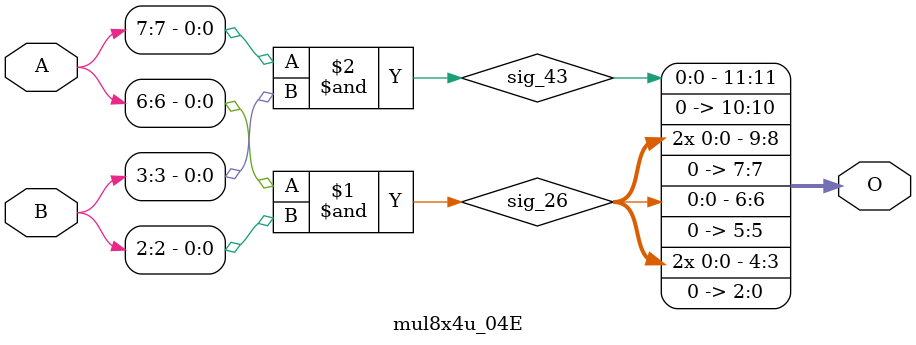
<source format=v>
/***
* This code is a part of EvoApproxLib library (ehw.fit.vutbr.cz/approxlib) distributed under The MIT License.
* When used, please cite the following article(s): V. Mrazek, L. Sekanina, Z. Vasicek "Libraries of Approximate Circuits: Automated Design and Application in CNN Accelerators" IEEE Journal on Emerging and Selected Topics in Circuits and Systems, Vol 10, No 4, 2020 
* This file contains a circuit from a sub-set of pareto optimal circuits with respect to the pwr and mse parameters
***/
// MAE% = 9.08 %
// MAE = 372 
// WCE% = 34.11 %
// WCE = 1397 
// WCRE% = 234.38 %
// EP% = 93.33 %
// MRE% = 67.10 %
// MSE = 230371 
// PDK45_PWR = 0.0006 mW
// PDK45_AREA = 4.7 um2
// PDK45_DELAY = 0.04 ns

module mul8x4u_04E (
    A,
    B,
    O
);

input [7:0] A;
input [3:0] B;
output [11:0] O;

wire sig_26,sig_43;

assign sig_26 = A[6] & B[2];
assign sig_43 = A[7] & B[3];

assign O[11] = sig_43;
assign O[10] = 1'b0;
assign O[9] = sig_26;
assign O[8] = sig_26;
assign O[7] = 1'b0;
assign O[6] = sig_26;
assign O[5] = 1'b0;
assign O[4] = sig_26;
assign O[3] = sig_26;
assign O[2] = 1'b0;
assign O[1] = 1'b0;
assign O[0] = 1'b0;

endmodule



</source>
